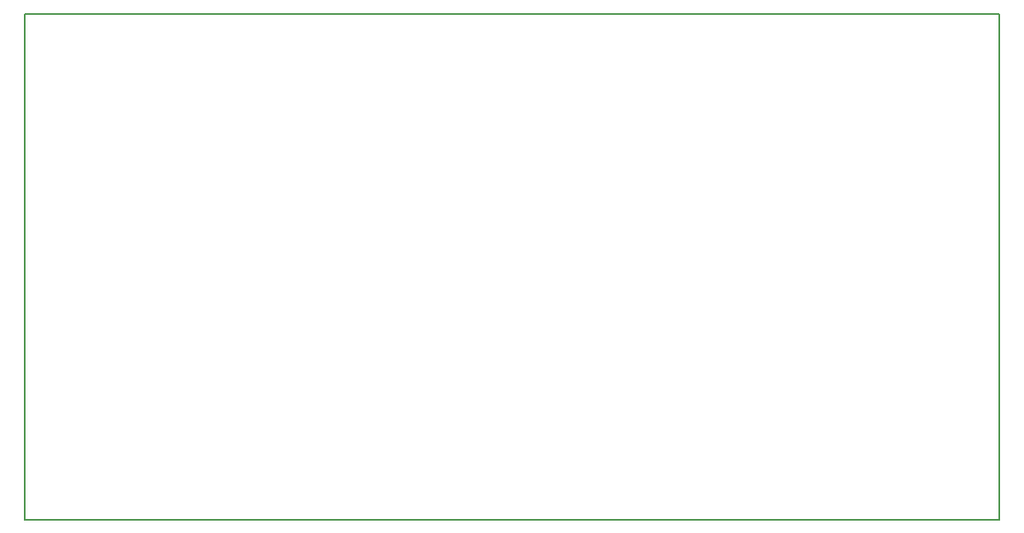
<source format=gbp>
G75*
%MOIN*%
%OFA0B0*%
%FSLAX25Y25*%
%IPPOS*%
%LPD*%
%AMOC8*
5,1,8,0,0,1.08239X$1,22.5*
%
%ADD10C,0.00591*%
D10*
X0001800Y0002213D02*
X0001800Y0206937D01*
X0395501Y0206937D01*
X0395501Y0002213D01*
X0001800Y0002213D01*
M02*

</source>
